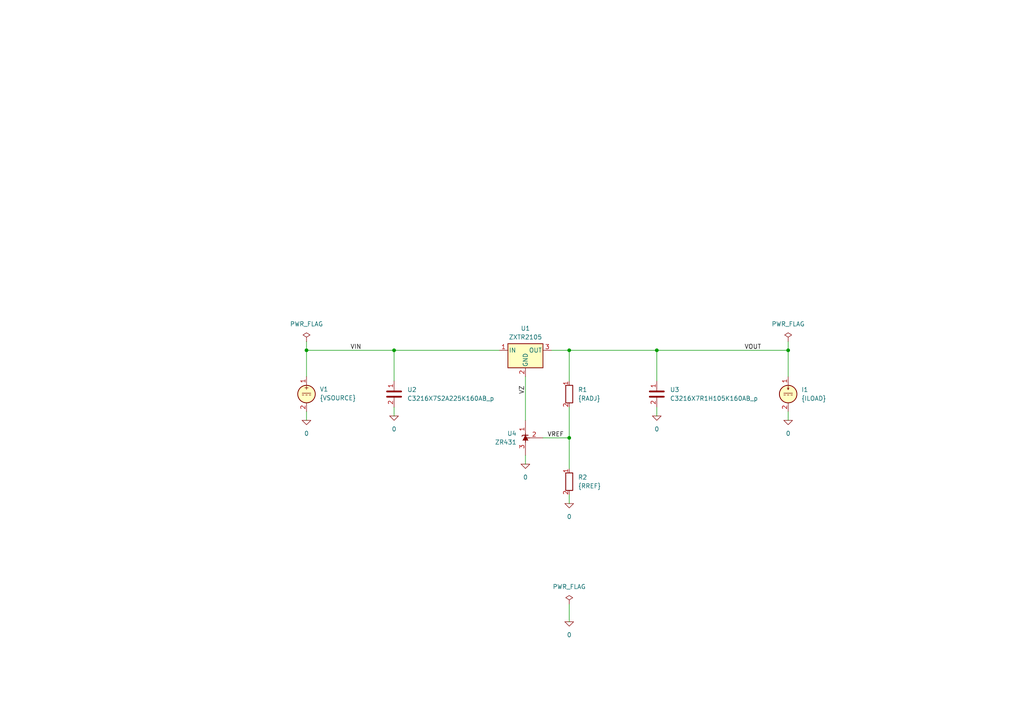
<source format=kicad_sch>
(kicad_sch
	(version 20231120)
	(generator "eeschema")
	(generator_version "8.0")
	(uuid "dedad0fc-f001-41f9-bf89-c6dcf0d9db33")
	(paper "A4")
	(title_block
		(title "Output Control of a Three-Terminal Fixed Regulator")
		(date "2024-04-18")
		(rev "1")
		(company "astroelectronic@")
		(comment 1 "-")
		(comment 2 "-")
		(comment 3 "-")
		(comment 4 "AE01005205")
	)
	(lib_symbols
		(symbol "ZXTR2105F:0"
			(power)
			(pin_numbers hide)
			(pin_names
				(offset 0) hide)
			(exclude_from_sim no)
			(in_bom yes)
			(on_board yes)
			(property "Reference" "#GND"
				(at 0 -5.08 0)
				(effects
					(font
						(size 1.27 1.27)
					)
					(hide yes)
				)
			)
			(property "Value" "0"
				(at 0 -2.54 0)
				(effects
					(font
						(size 1.27 1.27)
					)
				)
			)
			(property "Footprint" ""
				(at 0 0 0)
				(effects
					(font
						(size 1.27 1.27)
					)
					(hide yes)
				)
			)
			(property "Datasheet" "https://ngspice.sourceforge.io/docs/ngspice-html-manual/manual.xhtml#subsec_Circuit_elements__device"
				(at 0 -10.16 0)
				(effects
					(font
						(size 1.27 1.27)
					)
					(hide yes)
				)
			)
			(property "Description" "0V reference potential for simulation"
				(at 0 -7.62 0)
				(effects
					(font
						(size 1.27 1.27)
					)
					(hide yes)
				)
			)
			(property "ki_keywords" "simulation"
				(at 0 0 0)
				(effects
					(font
						(size 1.27 1.27)
					)
					(hide yes)
				)
			)
			(symbol "0_0_1"
				(polyline
					(pts
						(xy -1.27 0) (xy 0 -1.27) (xy 1.27 0) (xy -1.27 0)
					)
					(stroke
						(width 0)
						(type default)
					)
					(fill
						(type none)
					)
				)
			)
			(symbol "0_1_1"
				(pin power_in line
					(at 0 0 0)
					(length 0)
					(name "~"
						(effects
							(font
								(size 1.016 1.016)
							)
						)
					)
					(number "1"
						(effects
							(font
								(size 1.016 1.016)
							)
						)
					)
				)
			)
		)
		(symbol "ZXTR2105F:C"
			(pin_names
				(offset 0.254) hide)
			(exclude_from_sim no)
			(in_bom yes)
			(on_board yes)
			(property "Reference" "C"
				(at 0.635 2.54 0)
				(effects
					(font
						(size 1.27 1.27)
					)
					(justify left)
				)
			)
			(property "Value" "C"
				(at 0.635 -2.54 0)
				(effects
					(font
						(size 1.27 1.27)
					)
					(justify left)
				)
			)
			(property "Footprint" ""
				(at 0.9652 -3.81 0)
				(effects
					(font
						(size 1.27 1.27)
					)
					(hide yes)
				)
			)
			(property "Datasheet" "~"
				(at 0 0 0)
				(effects
					(font
						(size 1.27 1.27)
					)
					(hide yes)
				)
			)
			(property "Description" "Unpolarized capacitor"
				(at 0 0 0)
				(effects
					(font
						(size 1.27 1.27)
					)
					(hide yes)
				)
			)
			(property "ki_keywords" "cap capacitor"
				(at 0 0 0)
				(effects
					(font
						(size 1.27 1.27)
					)
					(hide yes)
				)
			)
			(property "ki_fp_filters" "C_*"
				(at 0 0 0)
				(effects
					(font
						(size 1.27 1.27)
					)
					(hide yes)
				)
			)
			(symbol "C_0_1"
				(polyline
					(pts
						(xy -2.032 -0.762) (xy 2.032 -0.762)
					)
					(stroke
						(width 0.508)
						(type default)
					)
					(fill
						(type none)
					)
				)
				(polyline
					(pts
						(xy -2.032 0.762) (xy 2.032 0.762)
					)
					(stroke
						(width 0.508)
						(type default)
					)
					(fill
						(type none)
					)
				)
			)
			(symbol "C_1_1"
				(pin passive line
					(at 0 3.81 270)
					(length 2.794)
					(name "~"
						(effects
							(font
								(size 1.27 1.27)
							)
						)
					)
					(number "1"
						(effects
							(font
								(size 1.27 1.27)
							)
						)
					)
				)
				(pin passive line
					(at 0 -3.81 90)
					(length 2.794)
					(name "~"
						(effects
							(font
								(size 1.27 1.27)
							)
						)
					)
					(number "2"
						(effects
							(font
								(size 1.27 1.27)
							)
						)
					)
				)
			)
		)
		(symbol "ZXTR2105F:IDC"
			(pin_names
				(offset 0.0254) hide)
			(exclude_from_sim no)
			(in_bom yes)
			(on_board yes)
			(property "Reference" "I"
				(at 2.54 2.54 0)
				(effects
					(font
						(size 1.27 1.27)
					)
					(justify left)
				)
			)
			(property "Value" "1"
				(at 2.54 0 0)
				(effects
					(font
						(size 1.27 1.27)
					)
					(justify left)
				)
			)
			(property "Footprint" ""
				(at 0 0 0)
				(effects
					(font
						(size 1.27 1.27)
					)
					(hide yes)
				)
			)
			(property "Datasheet" "https://ngspice.sourceforge.io/docs/ngspice-html-manual/manual.xhtml#sec_Independent_Sources_for"
				(at 0 0 0)
				(effects
					(font
						(size 1.27 1.27)
					)
					(hide yes)
				)
			)
			(property "Description" "Current source, DC"
				(at 0 0 0)
				(effects
					(font
						(size 1.27 1.27)
					)
					(hide yes)
				)
			)
			(property "Sim.Pins" "1=+ 2=-"
				(at 0 0 0)
				(effects
					(font
						(size 1.27 1.27)
					)
					(hide yes)
				)
			)
			(property "Sim.Type" "DC"
				(at 0 0 0)
				(effects
					(font
						(size 1.27 1.27)
					)
					(hide yes)
				)
			)
			(property "Sim.Device" "I"
				(at 0 0 0)
				(effects
					(font
						(size 1.27 1.27)
					)
					(hide yes)
				)
			)
			(property "ki_keywords" "simulation"
				(at 0 0 0)
				(effects
					(font
						(size 1.27 1.27)
					)
					(hide yes)
				)
			)
			(symbol "IDC_0_0"
				(polyline
					(pts
						(xy -1.27 0.254) (xy 1.27 0.254)
					)
					(stroke
						(width 0)
						(type default)
					)
					(fill
						(type none)
					)
				)
				(polyline
					(pts
						(xy -0.762 -0.254) (xy -1.27 -0.254)
					)
					(stroke
						(width 0)
						(type default)
					)
					(fill
						(type none)
					)
				)
				(polyline
					(pts
						(xy 0.254 -0.254) (xy -0.254 -0.254)
					)
					(stroke
						(width 0)
						(type default)
					)
					(fill
						(type none)
					)
				)
				(polyline
					(pts
						(xy 1.27 -0.254) (xy 0.762 -0.254)
					)
					(stroke
						(width 0)
						(type default)
					)
					(fill
						(type none)
					)
				)
			)
			(symbol "IDC_0_1"
				(polyline
					(pts
						(xy 0 1.27) (xy 0 2.286)
					)
					(stroke
						(width 0)
						(type default)
					)
					(fill
						(type none)
					)
				)
				(polyline
					(pts
						(xy -0.254 1.778) (xy 0 1.27) (xy 0.254 1.778)
					)
					(stroke
						(width 0)
						(type default)
					)
					(fill
						(type none)
					)
				)
				(circle
					(center 0 0)
					(radius 2.54)
					(stroke
						(width 0.254)
						(type default)
					)
					(fill
						(type background)
					)
				)
			)
			(symbol "IDC_1_1"
				(pin passive line
					(at 0 5.08 270)
					(length 2.54)
					(name "~"
						(effects
							(font
								(size 1.27 1.27)
							)
						)
					)
					(number "1"
						(effects
							(font
								(size 1.27 1.27)
							)
						)
					)
				)
				(pin passive line
					(at 0 -5.08 90)
					(length 2.54)
					(name "~"
						(effects
							(font
								(size 1.27 1.27)
							)
						)
					)
					(number "2"
						(effects
							(font
								(size 1.27 1.27)
							)
						)
					)
				)
			)
		)
		(symbol "ZXTR2105F:PWR_FLAG"
			(power)
			(pin_numbers hide)
			(pin_names
				(offset 0) hide)
			(exclude_from_sim no)
			(in_bom yes)
			(on_board yes)
			(property "Reference" "#FLG"
				(at 0 1.905 0)
				(effects
					(font
						(size 1.27 1.27)
					)
					(hide yes)
				)
			)
			(property "Value" "PWR_FLAG"
				(at 0 3.81 0)
				(effects
					(font
						(size 1.27 1.27)
					)
				)
			)
			(property "Footprint" ""
				(at 0 0 0)
				(effects
					(font
						(size 1.27 1.27)
					)
					(hide yes)
				)
			)
			(property "Datasheet" "~"
				(at 0 0 0)
				(effects
					(font
						(size 1.27 1.27)
					)
					(hide yes)
				)
			)
			(property "Description" "Special symbol for telling ERC where power comes from"
				(at 0 0 0)
				(effects
					(font
						(size 1.27 1.27)
					)
					(hide yes)
				)
			)
			(property "ki_keywords" "flag power"
				(at 0 0 0)
				(effects
					(font
						(size 1.27 1.27)
					)
					(hide yes)
				)
			)
			(symbol "PWR_FLAG_0_0"
				(pin power_out line
					(at 0 0 90)
					(length 0)
					(name "~"
						(effects
							(font
								(size 1.27 1.27)
							)
						)
					)
					(number "1"
						(effects
							(font
								(size 1.27 1.27)
							)
						)
					)
				)
			)
			(symbol "PWR_FLAG_0_1"
				(polyline
					(pts
						(xy 0 0) (xy 0 1.27) (xy -1.016 1.905) (xy 0 2.54) (xy 1.016 1.905) (xy 0 1.27)
					)
					(stroke
						(width 0)
						(type default)
					)
					(fill
						(type none)
					)
				)
			)
		)
		(symbol "ZXTR2105F:R"
			(pin_names
				(offset 0) hide)
			(exclude_from_sim no)
			(in_bom yes)
			(on_board yes)
			(property "Reference" "R"
				(at 2.032 0 90)
				(effects
					(font
						(size 1.27 1.27)
					)
				)
			)
			(property "Value" "R"
				(at 0 0 90)
				(effects
					(font
						(size 1.27 1.27)
					)
				)
			)
			(property "Footprint" ""
				(at -1.778 0 90)
				(effects
					(font
						(size 1.27 1.27)
					)
					(hide yes)
				)
			)
			(property "Datasheet" "~"
				(at 0 0 0)
				(effects
					(font
						(size 1.27 1.27)
					)
					(hide yes)
				)
			)
			(property "Description" "Resistor"
				(at 0 0 0)
				(effects
					(font
						(size 1.27 1.27)
					)
					(hide yes)
				)
			)
			(property "ki_keywords" "R res resistor"
				(at 0 0 0)
				(effects
					(font
						(size 1.27 1.27)
					)
					(hide yes)
				)
			)
			(property "ki_fp_filters" "R_*"
				(at 0 0 0)
				(effects
					(font
						(size 1.27 1.27)
					)
					(hide yes)
				)
			)
			(symbol "R_0_1"
				(rectangle
					(start -1.016 -2.54)
					(end 1.016 2.54)
					(stroke
						(width 0.254)
						(type default)
					)
					(fill
						(type none)
					)
				)
			)
			(symbol "R_1_1"
				(pin passive line
					(at 0 3.81 270)
					(length 1.27)
					(name "~"
						(effects
							(font
								(size 1.27 1.27)
							)
						)
					)
					(number "1"
						(effects
							(font
								(size 1.27 1.27)
							)
						)
					)
				)
				(pin passive line
					(at 0 -3.81 90)
					(length 1.27)
					(name "~"
						(effects
							(font
								(size 1.27 1.27)
							)
						)
					)
					(number "2"
						(effects
							(font
								(size 1.27 1.27)
							)
						)
					)
				)
			)
		)
		(symbol "ZXTR2105F:VDC"
			(pin_names
				(offset 0.0254) hide)
			(exclude_from_sim no)
			(in_bom yes)
			(on_board yes)
			(property "Reference" "V"
				(at 2.54 2.54 0)
				(effects
					(font
						(size 1.27 1.27)
					)
					(justify left)
				)
			)
			(property "Value" "1"
				(at 2.54 0 0)
				(effects
					(font
						(size 1.27 1.27)
					)
					(justify left)
				)
			)
			(property "Footprint" ""
				(at 0 0 0)
				(effects
					(font
						(size 1.27 1.27)
					)
					(hide yes)
				)
			)
			(property "Datasheet" "https://ngspice.sourceforge.io/docs/ngspice-html-manual/manual.xhtml#sec_Independent_Sources_for"
				(at 0 0 0)
				(effects
					(font
						(size 1.27 1.27)
					)
					(hide yes)
				)
			)
			(property "Description" "Voltage source, DC"
				(at 0 0 0)
				(effects
					(font
						(size 1.27 1.27)
					)
					(hide yes)
				)
			)
			(property "Sim.Pins" "1=+ 2=-"
				(at 0 0 0)
				(effects
					(font
						(size 1.27 1.27)
					)
					(hide yes)
				)
			)
			(property "Sim.Type" "DC"
				(at 0 0 0)
				(effects
					(font
						(size 1.27 1.27)
					)
					(hide yes)
				)
			)
			(property "Sim.Device" "V"
				(at 0 0 0)
				(effects
					(font
						(size 1.27 1.27)
					)
					(justify left)
					(hide yes)
				)
			)
			(property "ki_keywords" "simulation"
				(at 0 0 0)
				(effects
					(font
						(size 1.27 1.27)
					)
					(hide yes)
				)
			)
			(symbol "VDC_0_0"
				(polyline
					(pts
						(xy -1.27 0.254) (xy 1.27 0.254)
					)
					(stroke
						(width 0)
						(type default)
					)
					(fill
						(type none)
					)
				)
				(polyline
					(pts
						(xy -0.762 -0.254) (xy -1.27 -0.254)
					)
					(stroke
						(width 0)
						(type default)
					)
					(fill
						(type none)
					)
				)
				(polyline
					(pts
						(xy 0.254 -0.254) (xy -0.254 -0.254)
					)
					(stroke
						(width 0)
						(type default)
					)
					(fill
						(type none)
					)
				)
				(polyline
					(pts
						(xy 1.27 -0.254) (xy 0.762 -0.254)
					)
					(stroke
						(width 0)
						(type default)
					)
					(fill
						(type none)
					)
				)
				(text "+"
					(at 0 1.905 0)
					(effects
						(font
							(size 1.27 1.27)
						)
					)
				)
			)
			(symbol "VDC_0_1"
				(circle
					(center 0 0)
					(radius 2.54)
					(stroke
						(width 0.254)
						(type default)
					)
					(fill
						(type background)
					)
				)
			)
			(symbol "VDC_1_1"
				(pin passive line
					(at 0 5.08 270)
					(length 2.54)
					(name "~"
						(effects
							(font
								(size 1.27 1.27)
							)
						)
					)
					(number "1"
						(effects
							(font
								(size 1.27 1.27)
							)
						)
					)
				)
				(pin passive line
					(at 0 -5.08 90)
					(length 2.54)
					(name "~"
						(effects
							(font
								(size 1.27 1.27)
							)
						)
					)
					(number "2"
						(effects
							(font
								(size 1.27 1.27)
							)
						)
					)
				)
			)
		)
		(symbol "ZXTR2105F:ZR431"
			(pin_names hide)
			(exclude_from_sim no)
			(in_bom yes)
			(on_board yes)
			(property "Reference" "U"
				(at 0 -2.54 0)
				(effects
					(font
						(size 1.27 1.27)
					)
				)
			)
			(property "Value" "ZR431"
				(at 0 -4.445 0)
				(effects
					(font
						(size 1.27 1.27)
					)
				)
			)
			(property "Footprint" ""
				(at 0 -6.35 0)
				(effects
					(font
						(size 1.27 1.27)
						(italic yes)
					)
					(hide yes)
				)
			)
			(property "Datasheet" "https://www.diodes.com/assets/Datasheets/ZR431.pdf"
				(at 0 -6.35 0)
				(effects
					(font
						(size 1.27 1.27)
						(italic yes)
					)
					(hide yes)
				)
			)
			(property "Description" "Shunt Regulator, SOT-23, SOT-223"
				(at 0 0 0)
				(effects
					(font
						(size 1.27 1.27)
					)
					(hide yes)
				)
			)
			(property "ki_keywords" "diode device shunt regulator. Simulation."
				(at 0 0 0)
				(effects
					(font
						(size 1.27 1.27)
					)
					(hide yes)
				)
			)
			(property "ki_fp_filters" "SOIC?8*3.9x4.9mm*P1.27mm*"
				(at 0 0 0)
				(effects
					(font
						(size 1.27 1.27)
					)
					(hide yes)
				)
			)
			(symbol "ZR431_0_1"
				(polyline
					(pts
						(xy -1.27 0) (xy 0 0) (xy 1.27 0)
					)
					(stroke
						(width 0)
						(type default)
					)
					(fill
						(type none)
					)
				)
				(polyline
					(pts
						(xy -0.762 0.762) (xy 0.762 0) (xy -0.762 -0.762)
					)
					(stroke
						(width 0)
						(type default)
					)
					(fill
						(type outline)
					)
				)
				(polyline
					(pts
						(xy 0.508 -1.016) (xy 0.762 -0.762) (xy 0.762 0.762) (xy 0.762 0.762)
					)
					(stroke
						(width 0.254)
						(type default)
					)
					(fill
						(type none)
					)
				)
			)
			(symbol "ZR431_1_1"
				(polyline
					(pts
						(xy 0 1.27) (xy 0 0)
					)
					(stroke
						(width 0)
						(type default)
					)
					(fill
						(type none)
					)
				)
				(pin passive line
					(at 5.08 0 180)
					(length 5.08)
					(name "K"
						(effects
							(font
								(size 1.27 1.27)
							)
						)
					)
					(number "1"
						(effects
							(font
								(size 1.27 1.27)
							)
						)
					)
				)
				(pin passive line
					(at 0 5.08 270)
					(length 5.08)
					(name "REF"
						(effects
							(font
								(size 1.27 1.27)
							)
						)
					)
					(number "2"
						(effects
							(font
								(size 1.27 1.27)
							)
						)
					)
				)
				(pin passive line
					(at -5.08 0 0)
					(length 5.08)
					(name "A"
						(effects
							(font
								(size 1.27 1.27)
							)
						)
					)
					(number "3"
						(effects
							(font
								(size 1.27 1.27)
							)
						)
					)
				)
			)
		)
		(symbol "ZXTR2105F:ZXTR2105F"
			(pin_names
				(offset 0.254)
			)
			(exclude_from_sim no)
			(in_bom yes)
			(on_board yes)
			(property "Reference" "U"
				(at -3.81 3.175 0)
				(effects
					(font
						(size 1.27 1.27)
					)
				)
			)
			(property "Value" "ZXTR2105F"
				(at 0 3.175 0)
				(effects
					(font
						(size 1.27 1.27)
					)
					(justify left)
				)
			)
			(property "Footprint" "Package_TO_SOT_SMD:SOT-23-3"
				(at 0 5.715 0)
				(effects
					(font
						(size 1.27 1.27)
						(italic yes)
					)
					(hide yes)
				)
			)
			(property "Datasheet" "https://www.diodes.com/part/view/ZXTR2105F"
				(at 0 -1.27 0)
				(effects
					(font
						(size 1.27 1.27)
					)
					(hide yes)
				)
			)
			(property "Description" "60V INPUT, 5V 15mA REGULATOR TRANSISTOR "
				(at 0 0 0)
				(effects
					(font
						(size 1.27 1.27)
					)
					(hide yes)
				)
			)
			(property "ki_keywords" "60V INPUT, 5V 15mA REGULATOR TRANSISTOR, simmodel"
				(at 0 0 0)
				(effects
					(font
						(size 1.27 1.27)
					)
					(hide yes)
				)
			)
			(property "ki_fp_filters" "TO?252*"
				(at 0 0 0)
				(effects
					(font
						(size 1.27 1.27)
					)
					(hide yes)
				)
			)
			(symbol "ZXTR2105F_0_1"
				(rectangle
					(start -5.08 1.905)
					(end 5.08 -5.08)
					(stroke
						(width 0.254)
						(type default)
					)
					(fill
						(type background)
					)
				)
			)
			(symbol "ZXTR2105F_1_1"
				(pin passive line
					(at -7.62 0 0)
					(length 2.54)
					(name "IN"
						(effects
							(font
								(size 1.27 1.27)
							)
						)
					)
					(number "1"
						(effects
							(font
								(size 1.27 1.27)
							)
						)
					)
				)
				(pin passive line
					(at 0 -7.62 90)
					(length 2.54)
					(name "GND"
						(effects
							(font
								(size 1.27 1.27)
							)
						)
					)
					(number "2"
						(effects
							(font
								(size 1.27 1.27)
							)
						)
					)
				)
				(pin passive line
					(at 7.62 0 180)
					(length 2.54)
					(name "OUT"
						(effects
							(font
								(size 1.27 1.27)
							)
						)
					)
					(number "3"
						(effects
							(font
								(size 1.27 1.27)
							)
						)
					)
				)
			)
		)
	)
	(junction
		(at 165.1 101.6)
		(diameter 0)
		(color 0 0 0 0)
		(uuid "0fea197d-4809-41ef-823f-fb7d8497413b")
	)
	(junction
		(at 114.3 101.6)
		(diameter 0)
		(color 0 0 0 0)
		(uuid "7384908f-6986-4738-b09c-d592643b4a56")
	)
	(junction
		(at 88.9 101.6)
		(diameter 0)
		(color 0 0 0 0)
		(uuid "89314447-6b94-453a-b444-7b027e2d6279")
	)
	(junction
		(at 165.1 127)
		(diameter 0)
		(color 0 0 0 0)
		(uuid "e7ce7bb5-bae6-40d1-8cf3-19c12b3dd16a")
	)
	(junction
		(at 190.5 101.6)
		(diameter 0)
		(color 0 0 0 0)
		(uuid "f2ba4a53-001d-4b52-ab34-1fd62e7cfce6")
	)
	(junction
		(at 228.6 101.6)
		(diameter 0)
		(color 0 0 0 0)
		(uuid "f956f16c-96f5-4729-9ad2-8c04dfaca064")
	)
	(wire
		(pts
			(xy 152.4 132.08) (xy 152.4 134.62)
		)
		(stroke
			(width 0)
			(type default)
		)
		(uuid "0b6f8a1f-c8a7-4141-8ddd-e04eadca3f5c")
	)
	(wire
		(pts
			(xy 190.5 101.6) (xy 228.6 101.6)
		)
		(stroke
			(width 0)
			(type default)
		)
		(uuid "1028de14-d0d5-49c1-9351-2b905921865c")
	)
	(wire
		(pts
			(xy 165.1 143.51) (xy 165.1 146.05)
		)
		(stroke
			(width 0)
			(type default)
		)
		(uuid "111c9840-2d7b-45f4-82be-daaf0ef23d1c")
	)
	(wire
		(pts
			(xy 88.9 109.22) (xy 88.9 101.6)
		)
		(stroke
			(width 0)
			(type default)
		)
		(uuid "134a3971-eb87-4612-9008-afa829dcfdda")
	)
	(wire
		(pts
			(xy 114.3 101.6) (xy 144.78 101.6)
		)
		(stroke
			(width 0)
			(type default)
		)
		(uuid "18f54032-65d4-4a88-bccc-36f4250e4933")
	)
	(wire
		(pts
			(xy 190.5 118.11) (xy 190.5 120.65)
		)
		(stroke
			(width 0)
			(type default)
		)
		(uuid "2a34e85c-3bb8-415e-8a79-104f2f49ec09")
	)
	(wire
		(pts
			(xy 190.5 101.6) (xy 190.5 110.49)
		)
		(stroke
			(width 0)
			(type default)
		)
		(uuid "31a1febd-7cf7-4914-b47b-67851d31e7e9")
	)
	(wire
		(pts
			(xy 165.1 101.6) (xy 190.5 101.6)
		)
		(stroke
			(width 0)
			(type default)
		)
		(uuid "3326c2d9-7fcb-48d4-b092-5e7356d22ff3")
	)
	(wire
		(pts
			(xy 88.9 99.06) (xy 88.9 101.6)
		)
		(stroke
			(width 0)
			(type default)
		)
		(uuid "4d32a75f-30b3-4eb7-ab9c-7526a014e0b9")
	)
	(wire
		(pts
			(xy 165.1 175.26) (xy 165.1 180.34)
		)
		(stroke
			(width 0)
			(type default)
		)
		(uuid "4f4b74a4-cea3-4d39-9fe4-4ba93de2f921")
	)
	(wire
		(pts
			(xy 228.6 99.06) (xy 228.6 101.6)
		)
		(stroke
			(width 0)
			(type default)
		)
		(uuid "50c31f87-b658-4019-b852-4192016c21dc")
	)
	(wire
		(pts
			(xy 165.1 127) (xy 157.48 127)
		)
		(stroke
			(width 0)
			(type default)
		)
		(uuid "588304b8-b187-47b7-9d4d-38b9d27dcc7d")
	)
	(wire
		(pts
			(xy 228.6 119.38) (xy 228.6 121.92)
		)
		(stroke
			(width 0)
			(type default)
		)
		(uuid "669233e1-1b6a-410e-94d5-e3bf28875575")
	)
	(wire
		(pts
			(xy 165.1 118.11) (xy 165.1 127)
		)
		(stroke
			(width 0)
			(type default)
		)
		(uuid "73d26b22-9c44-4a6b-b1cb-5fac2b7df44a")
	)
	(wire
		(pts
			(xy 165.1 135.89) (xy 165.1 127)
		)
		(stroke
			(width 0)
			(type default)
		)
		(uuid "8ca8f0c0-3e79-4dc2-b54a-bda556370ce1")
	)
	(wire
		(pts
			(xy 88.9 101.6) (xy 114.3 101.6)
		)
		(stroke
			(width 0)
			(type default)
		)
		(uuid "998dac89-04ae-4969-be78-9c27dae4c1d7")
	)
	(wire
		(pts
			(xy 228.6 109.22) (xy 228.6 101.6)
		)
		(stroke
			(width 0)
			(type default)
		)
		(uuid "9b57346e-d94e-40f9-9326-4db7c86e813a")
	)
	(wire
		(pts
			(xy 114.3 118.11) (xy 114.3 120.65)
		)
		(stroke
			(width 0)
			(type default)
		)
		(uuid "a300a524-b9a5-4c66-b7c8-528fd1328810")
	)
	(wire
		(pts
			(xy 160.02 101.6) (xy 165.1 101.6)
		)
		(stroke
			(width 0)
			(type default)
		)
		(uuid "b80fa2c6-90b8-4a16-9150-70f19b393f2f")
	)
	(wire
		(pts
			(xy 152.4 109.22) (xy 152.4 121.92)
		)
		(stroke
			(width 0)
			(type default)
		)
		(uuid "c7b7d6e4-e9c8-4174-8c57-1622126d5658")
	)
	(wire
		(pts
			(xy 88.9 119.38) (xy 88.9 121.92)
		)
		(stroke
			(width 0)
			(type default)
		)
		(uuid "e4be32f2-c195-4517-921b-f4265d6bbf30")
	)
	(wire
		(pts
			(xy 165.1 101.6) (xy 165.1 110.49)
		)
		(stroke
			(width 0)
			(type default)
		)
		(uuid "e77982c1-fad4-4d69-b46e-7828f6ad62f2")
	)
	(wire
		(pts
			(xy 114.3 110.49) (xy 114.3 101.6)
		)
		(stroke
			(width 0)
			(type default)
		)
		(uuid "f0549aa8-6a9c-4178-8e6b-0e02f9bd3545")
	)
	(label "VREF"
		(at 158.75 127 0)
		(fields_autoplaced yes)
		(effects
			(font
				(size 1.27 1.27)
			)
			(justify left bottom)
		)
		(uuid "007081e4-6b76-405e-8ee1-25c1126b31a2")
	)
	(label "VOUT"
		(at 215.9 101.6 0)
		(fields_autoplaced yes)
		(effects
			(font
				(size 1.27 1.27)
			)
			(justify left bottom)
		)
		(uuid "59cfd46e-04c2-4da4-b68e-64ff00ac9156")
	)
	(label "VZ"
		(at 152.4 114.3 90)
		(fields_autoplaced yes)
		(effects
			(font
				(size 1.27 1.27)
			)
			(justify left bottom)
		)
		(uuid "66728ed6-540f-4b78-92b2-c4a4a6e70f57")
	)
	(label "VIN"
		(at 101.6 101.6 0)
		(fields_autoplaced yes)
		(effects
			(font
				(size 1.27 1.27)
			)
			(justify left bottom)
		)
		(uuid "f44f34ff-2bad-48c9-9ece-35187bf0a875")
	)
	(symbol
		(lib_id "ZXTR2105F:C")
		(at 114.3 114.3 0)
		(unit 1)
		(exclude_from_sim no)
		(in_bom yes)
		(on_board yes)
		(dnp no)
		(fields_autoplaced yes)
		(uuid "0943cd3a-375f-4c11-911a-bdb76ed6bda4")
		(property "Reference" "U2"
			(at 118.11 113.0299 0)
			(effects
				(font
					(size 1.27 1.27)
				)
				(justify left)
			)
		)
		(property "Value" "C3216X7S2A225K160AB_p"
			(at 118.11 115.5699 0)
			(effects
				(font
					(size 1.27 1.27)
				)
				(justify left)
			)
		)
		(property "Footprint" ""
			(at 115.2652 118.11 0)
			(effects
				(font
					(size 1.27 1.27)
				)
				(hide yes)
			)
		)
		(property "Datasheet" "~"
			(at 114.3 114.3 0)
			(effects
				(font
					(size 1.27 1.27)
				)
				(hide yes)
			)
		)
		(property "Description" "Unpolarized capacitor"
			(at 114.3 114.3 0)
			(effects
				(font
					(size 1.27 1.27)
				)
				(hide yes)
			)
		)
		(property "Sim.Library" "c3216x7s2a225k160ab_p.mod"
			(at 114.3 114.3 0)
			(effects
				(font
					(size 1.27 1.27)
				)
				(hide yes)
			)
		)
		(property "Sim.Name" "C3216X7S2A225K160AB_p"
			(at 114.3 114.3 0)
			(effects
				(font
					(size 1.27 1.27)
				)
				(hide yes)
			)
		)
		(property "Sim.Device" "SUBCKT"
			(at 114.3 114.3 0)
			(effects
				(font
					(size 1.27 1.27)
				)
				(hide yes)
			)
		)
		(property "Sim.Pins" "1=n1 2=n2"
			(at 114.3 114.3 0)
			(effects
				(font
					(size 1.27 1.27)
				)
				(hide yes)
			)
		)
		(pin "1"
			(uuid "b3c6a946-e7fb-455f-be76-d65afbd20b4e")
		)
		(pin "2"
			(uuid "493f679f-00f2-44c3-9899-c4b466301e1b")
		)
		(instances
			(project "ZXTR2105F"
				(path "/c1105b1d-1289-4956-8f37-916fc4314db4"
					(reference "U2")
					(unit 1)
				)
			)
			(project "ZXTR2105F_vref"
				(path "/dedad0fc-f001-41f9-bf89-c6dcf0d9db33"
					(reference "U2")
					(unit 1)
				)
			)
		)
	)
	(symbol
		(lib_id "ZXTR2105F:0")
		(at 165.1 146.05 0)
		(unit 1)
		(exclude_from_sim no)
		(in_bom yes)
		(on_board yes)
		(dnp no)
		(fields_autoplaced yes)
		(uuid "0bde89d6-1fa3-406e-a1bb-31a66a7682ad")
		(property "Reference" "#GND07"
			(at 165.1 151.13 0)
			(effects
				(font
					(size 1.27 1.27)
				)
				(hide yes)
			)
		)
		(property "Value" "0"
			(at 165.1 149.86 0)
			(effects
				(font
					(size 1.27 1.27)
				)
			)
		)
		(property "Footprint" ""
			(at 165.1 146.05 0)
			(effects
				(font
					(size 1.27 1.27)
				)
				(hide yes)
			)
		)
		(property "Datasheet" "https://ngspice.sourceforge.io/docs/ngspice-html-manual/manual.xhtml#subsec_Circuit_elements__device"
			(at 165.1 156.21 0)
			(effects
				(font
					(size 1.27 1.27)
				)
				(hide yes)
			)
		)
		(property "Description" "0V reference potential for simulation"
			(at 165.1 153.67 0)
			(effects
				(font
					(size 1.27 1.27)
				)
				(hide yes)
			)
		)
		(pin "1"
			(uuid "4ab0b9cc-cbbe-43b0-9c1f-144f58af5823")
		)
		(instances
			(project "ZXTR2105F_vref"
				(path "/dedad0fc-f001-41f9-bf89-c6dcf0d9db33"
					(reference "#GND07")
					(unit 1)
				)
			)
		)
	)
	(symbol
		(lib_id "ZXTR2105F:PWR_FLAG")
		(at 165.1 175.26 0)
		(unit 1)
		(exclude_from_sim no)
		(in_bom yes)
		(on_board yes)
		(dnp no)
		(fields_autoplaced yes)
		(uuid "1f284da7-997d-4f43-9ba2-40376013a4e5")
		(property "Reference" "#FLG03"
			(at 165.1 173.355 0)
			(effects
				(font
					(size 1.27 1.27)
				)
				(hide yes)
			)
		)
		(property "Value" "PWR_FLAG"
			(at 165.1 170.18 0)
			(effects
				(font
					(size 1.27 1.27)
				)
			)
		)
		(property "Footprint" ""
			(at 165.1 175.26 0)
			(effects
				(font
					(size 1.27 1.27)
				)
				(hide yes)
			)
		)
		(property "Datasheet" "~"
			(at 165.1 175.26 0)
			(effects
				(font
					(size 1.27 1.27)
				)
				(hide yes)
			)
		)
		(property "Description" "Special symbol for telling ERC where power comes from"
			(at 165.1 175.26 0)
			(effects
				(font
					(size 1.27 1.27)
				)
				(hide yes)
			)
		)
		(pin "1"
			(uuid "91e975fb-eb9b-4a70-94b8-b119c81e46d7")
		)
		(instances
			(project "ZXTR2105F"
				(path "/c1105b1d-1289-4956-8f37-916fc4314db4"
					(reference "#FLG03")
					(unit 1)
				)
			)
			(project "ZXTR2105F_vref"
				(path "/dedad0fc-f001-41f9-bf89-c6dcf0d9db33"
					(reference "#FLG03")
					(unit 1)
				)
			)
		)
	)
	(symbol
		(lib_id "ZXTR2105F:0")
		(at 228.6 121.92 0)
		(unit 1)
		(exclude_from_sim no)
		(in_bom yes)
		(on_board yes)
		(dnp no)
		(fields_autoplaced yes)
		(uuid "3d63d9a4-3b55-4722-9519-dd861b80c4a9")
		(property "Reference" "#GND04"
			(at 228.6 127 0)
			(effects
				(font
					(size 1.27 1.27)
				)
				(hide yes)
			)
		)
		(property "Value" "0"
			(at 228.6 125.73 0)
			(effects
				(font
					(size 1.27 1.27)
				)
			)
		)
		(property "Footprint" ""
			(at 228.6 121.92 0)
			(effects
				(font
					(size 1.27 1.27)
				)
				(hide yes)
			)
		)
		(property "Datasheet" "https://ngspice.sourceforge.io/docs/ngspice-html-manual/manual.xhtml#subsec_Circuit_elements__device"
			(at 228.6 132.08 0)
			(effects
				(font
					(size 1.27 1.27)
				)
				(hide yes)
			)
		)
		(property "Description" "0V reference potential for simulation"
			(at 228.6 129.54 0)
			(effects
				(font
					(size 1.27 1.27)
				)
				(hide yes)
			)
		)
		(pin "1"
			(uuid "0d472a09-e15f-4e7b-814c-94ca105f770d")
		)
		(instances
			(project "ZXTR2105F"
				(path "/c1105b1d-1289-4956-8f37-916fc4314db4"
					(reference "#GND04")
					(unit 1)
				)
			)
			(project "ZXTR2105F_vref"
				(path "/dedad0fc-f001-41f9-bf89-c6dcf0d9db33"
					(reference "#GND04")
					(unit 1)
				)
			)
		)
	)
	(symbol
		(lib_id "ZXTR2105F:IDC")
		(at 228.6 114.3 0)
		(unit 1)
		(exclude_from_sim no)
		(in_bom yes)
		(on_board yes)
		(dnp no)
		(fields_autoplaced yes)
		(uuid "44975094-37e6-48ea-a662-f3f14b6beaaa")
		(property "Reference" "I1"
			(at 232.41 113.0299 0)
			(effects
				(font
					(size 1.27 1.27)
				)
				(justify left)
			)
		)
		(property "Value" "{ILOAD}"
			(at 232.41 115.5699 0)
			(effects
				(font
					(size 1.27 1.27)
				)
				(justify left)
			)
		)
		(property "Footprint" ""
			(at 228.6 114.3 0)
			(effects
				(font
					(size 1.27 1.27)
				)
				(hide yes)
			)
		)
		(property "Datasheet" "https://ngspice.sourceforge.io/docs/ngspice-html-manual/manual.xhtml#sec_Independent_Sources_for"
			(at 228.6 114.3 0)
			(effects
				(font
					(size 1.27 1.27)
				)
				(hide yes)
			)
		)
		(property "Description" "Current source, DC"
			(at 228.6 114.3 0)
			(effects
				(font
					(size 1.27 1.27)
				)
				(hide yes)
			)
		)
		(property "Sim.Pins" "1=+ 2=-"
			(at 228.6 114.3 0)
			(effects
				(font
					(size 1.27 1.27)
				)
				(hide yes)
			)
		)
		(property "Sim.Type" "DC"
			(at 228.6 114.3 0)
			(effects
				(font
					(size 1.27 1.27)
				)
				(hide yes)
			)
		)
		(property "Sim.Device" "I"
			(at 228.6 114.3 0)
			(effects
				(font
					(size 1.27 1.27)
				)
				(hide yes)
			)
		)
		(pin "1"
			(uuid "3d5b9b1c-afd4-4445-8dae-7084bd6b200a")
		)
		(pin "2"
			(uuid "ab2c98e0-a269-4bf9-9b55-f90f7314c0a6")
		)
		(instances
			(project "ZXTR2105F"
				(path "/c1105b1d-1289-4956-8f37-916fc4314db4"
					(reference "I1")
					(unit 1)
				)
			)
			(project "ZXTR2105F_vref"
				(path "/dedad0fc-f001-41f9-bf89-c6dcf0d9db33"
					(reference "I1")
					(unit 1)
				)
			)
		)
	)
	(symbol
		(lib_id "ZXTR2105F:0")
		(at 190.5 120.65 0)
		(unit 1)
		(exclude_from_sim no)
		(in_bom yes)
		(on_board yes)
		(dnp no)
		(fields_autoplaced yes)
		(uuid "4f47b01c-f5a3-42ef-8305-b23dc8d4d153")
		(property "Reference" "#GND03"
			(at 190.5 125.73 0)
			(effects
				(font
					(size 1.27 1.27)
				)
				(hide yes)
			)
		)
		(property "Value" "0"
			(at 190.5 124.46 0)
			(effects
				(font
					(size 1.27 1.27)
				)
			)
		)
		(property "Footprint" ""
			(at 190.5 120.65 0)
			(effects
				(font
					(size 1.27 1.27)
				)
				(hide yes)
			)
		)
		(property "Datasheet" "https://ngspice.sourceforge.io/docs/ngspice-html-manual/manual.xhtml#subsec_Circuit_elements__device"
			(at 190.5 130.81 0)
			(effects
				(font
					(size 1.27 1.27)
				)
				(hide yes)
			)
		)
		(property "Description" "0V reference potential for simulation"
			(at 190.5 128.27 0)
			(effects
				(font
					(size 1.27 1.27)
				)
				(hide yes)
			)
		)
		(pin "1"
			(uuid "7b8bc4e8-dd89-4c2a-8a63-34298652650b")
		)
		(instances
			(project "ZXTR2105F"
				(path "/c1105b1d-1289-4956-8f37-916fc4314db4"
					(reference "#GND03")
					(unit 1)
				)
			)
			(project "ZXTR2105F_vref"
				(path "/dedad0fc-f001-41f9-bf89-c6dcf0d9db33"
					(reference "#GND03")
					(unit 1)
				)
			)
		)
	)
	(symbol
		(lib_id "ZXTR2105F:PWR_FLAG")
		(at 88.9 99.06 0)
		(unit 1)
		(exclude_from_sim no)
		(in_bom yes)
		(on_board yes)
		(dnp no)
		(fields_autoplaced yes)
		(uuid "4f8c0243-ac78-44a4-b3e0-174d23f95f67")
		(property "Reference" "#FLG01"
			(at 88.9 97.155 0)
			(effects
				(font
					(size 1.27 1.27)
				)
				(hide yes)
			)
		)
		(property "Value" "PWR_FLAG"
			(at 88.9 93.98 0)
			(effects
				(font
					(size 1.27 1.27)
				)
			)
		)
		(property "Footprint" ""
			(at 88.9 99.06 0)
			(effects
				(font
					(size 1.27 1.27)
				)
				(hide yes)
			)
		)
		(property "Datasheet" "~"
			(at 88.9 99.06 0)
			(effects
				(font
					(size 1.27 1.27)
				)
				(hide yes)
			)
		)
		(property "Description" "Special symbol for telling ERC where power comes from"
			(at 88.9 99.06 0)
			(effects
				(font
					(size 1.27 1.27)
				)
				(hide yes)
			)
		)
		(pin "1"
			(uuid "055fb8ea-e1eb-4652-8963-19cd639d7cd0")
		)
		(instances
			(project "ZXTR2105F"
				(path "/c1105b1d-1289-4956-8f37-916fc4314db4"
					(reference "#FLG01")
					(unit 1)
				)
			)
			(project "ZXTR2105F_vref"
				(path "/dedad0fc-f001-41f9-bf89-c6dcf0d9db33"
					(reference "#FLG01")
					(unit 1)
				)
			)
		)
	)
	(symbol
		(lib_id "ZXTR2105F:ZR431")
		(at 152.4 127 270)
		(mirror x)
		(unit 1)
		(exclude_from_sim no)
		(in_bom yes)
		(on_board yes)
		(dnp no)
		(uuid "69d0b6bd-a149-4247-bfe2-62d5fc36ac87")
		(property "Reference" "U4"
			(at 149.86 125.7299 90)
			(effects
				(font
					(size 1.27 1.27)
				)
				(justify right)
			)
		)
		(property "Value" "ZR431"
			(at 149.86 128.2699 90)
			(effects
				(font
					(size 1.27 1.27)
				)
				(justify right)
			)
		)
		(property "Footprint" ""
			(at 146.05 127 0)
			(effects
				(font
					(size 1.27 1.27)
					(italic yes)
				)
				(hide yes)
			)
		)
		(property "Datasheet" "https://www.diodes.com/assets/Datasheets/ZR431.pdf"
			(at 146.05 127 0)
			(effects
				(font
					(size 1.27 1.27)
					(italic yes)
				)
				(hide yes)
			)
		)
		(property "Description" "Shunt Regulator, SOT-23, SOT-223"
			(at 152.4 127 0)
			(effects
				(font
					(size 1.27 1.27)
				)
				(hide yes)
			)
		)
		(property "Sim.Library" "ZR431.spice.txt"
			(at 152.4 127 0)
			(effects
				(font
					(size 1.27 1.27)
				)
				(hide yes)
			)
		)
		(property "Sim.Name" "ZR431"
			(at 152.4 127 0)
			(effects
				(font
					(size 1.27 1.27)
				)
				(hide yes)
			)
		)
		(property "Sim.Device" "SUBCKT"
			(at 152.4 127 0)
			(effects
				(font
					(size 1.27 1.27)
				)
				(hide yes)
			)
		)
		(property "Sim.Pins" "1=1 2=2 3=3"
			(at 152.4 127 0)
			(effects
				(font
					(size 1.27 1.27)
				)
				(hide yes)
			)
		)
		(pin "2"
			(uuid "c60b3f43-edf3-4ff3-a86e-fb30c7325c78")
		)
		(pin "3"
			(uuid "a7e2c884-cb36-4e13-b985-1367c913edfc")
		)
		(pin "1"
			(uuid "d4d0eb6d-a8e9-4322-b996-512bdd1c4e17")
		)
		(instances
			(project "ZXTR2105F_vref"
				(path "/dedad0fc-f001-41f9-bf89-c6dcf0d9db33"
					(reference "U4")
					(unit 1)
				)
			)
		)
	)
	(symbol
		(lib_id "ZXTR2105F:0")
		(at 114.3 120.65 0)
		(unit 1)
		(exclude_from_sim no)
		(in_bom yes)
		(on_board yes)
		(dnp no)
		(fields_autoplaced yes)
		(uuid "6f9728ff-54a4-41b5-9891-46f141528f81")
		(property "Reference" "#GND02"
			(at 114.3 125.73 0)
			(effects
				(font
					(size 1.27 1.27)
				)
				(hide yes)
			)
		)
		(property "Value" "0"
			(at 114.3 124.46 0)
			(effects
				(font
					(size 1.27 1.27)
				)
			)
		)
		(property "Footprint" ""
			(at 114.3 120.65 0)
			(effects
				(font
					(size 1.27 1.27)
				)
				(hide yes)
			)
		)
		(property "Datasheet" "https://ngspice.sourceforge.io/docs/ngspice-html-manual/manual.xhtml#subsec_Circuit_elements__device"
			(at 114.3 130.81 0)
			(effects
				(font
					(size 1.27 1.27)
				)
				(hide yes)
			)
		)
		(property "Description" "0V reference potential for simulation"
			(at 114.3 128.27 0)
			(effects
				(font
					(size 1.27 1.27)
				)
				(hide yes)
			)
		)
		(pin "1"
			(uuid "025633d1-1c52-42ca-84f1-2e36648def76")
		)
		(instances
			(project "ZXTR2105F"
				(path "/c1105b1d-1289-4956-8f37-916fc4314db4"
					(reference "#GND02")
					(unit 1)
				)
			)
			(project "ZXTR2105F_vref"
				(path "/dedad0fc-f001-41f9-bf89-c6dcf0d9db33"
					(reference "#GND02")
					(unit 1)
				)
			)
		)
	)
	(symbol
		(lib_id "ZXTR2105F:0")
		(at 165.1 180.34 0)
		(unit 1)
		(exclude_from_sim no)
		(in_bom yes)
		(on_board yes)
		(dnp no)
		(fields_autoplaced yes)
		(uuid "75ff4857-f53f-4b38-a55a-0581d2f5c1c6")
		(property "Reference" "#GND05"
			(at 165.1 185.42 0)
			(effects
				(font
					(size 1.27 1.27)
				)
				(hide yes)
			)
		)
		(property "Value" "0"
			(at 165.1 184.15 0)
			(effects
				(font
					(size 1.27 1.27)
				)
			)
		)
		(property "Footprint" ""
			(at 165.1 180.34 0)
			(effects
				(font
					(size 1.27 1.27)
				)
				(hide yes)
			)
		)
		(property "Datasheet" "https://ngspice.sourceforge.io/docs/ngspice-html-manual/manual.xhtml#subsec_Circuit_elements__device"
			(at 165.1 190.5 0)
			(effects
				(font
					(size 1.27 1.27)
				)
				(hide yes)
			)
		)
		(property "Description" "0V reference potential for simulation"
			(at 165.1 187.96 0)
			(effects
				(font
					(size 1.27 1.27)
				)
				(hide yes)
			)
		)
		(pin "1"
			(uuid "29b03c05-56e7-496e-ba83-2161a4bf49e2")
		)
		(instances
			(project "ZXTR2105F"
				(path "/c1105b1d-1289-4956-8f37-916fc4314db4"
					(reference "#GND05")
					(unit 1)
				)
			)
			(project "ZXTR2105F_vref"
				(path "/dedad0fc-f001-41f9-bf89-c6dcf0d9db33"
					(reference "#GND05")
					(unit 1)
				)
			)
		)
	)
	(symbol
		(lib_id "ZXTR2105F:R")
		(at 165.1 139.7 0)
		(unit 1)
		(exclude_from_sim no)
		(in_bom yes)
		(on_board yes)
		(dnp no)
		(fields_autoplaced yes)
		(uuid "7a19e131-2f44-4503-b9f2-4dd1aeeafaa7")
		(property "Reference" "R2"
			(at 167.64 138.4299 0)
			(effects
				(font
					(size 1.27 1.27)
				)
				(justify left)
			)
		)
		(property "Value" "{RREF}"
			(at 167.64 140.9699 0)
			(effects
				(font
					(size 1.27 1.27)
				)
				(justify left)
			)
		)
		(property "Footprint" ""
			(at 163.322 139.7 90)
			(effects
				(font
					(size 1.27 1.27)
				)
				(hide yes)
			)
		)
		(property "Datasheet" "~"
			(at 165.1 139.7 0)
			(effects
				(font
					(size 1.27 1.27)
				)
				(hide yes)
			)
		)
		(property "Description" "Resistor"
			(at 165.1 139.7 0)
			(effects
				(font
					(size 1.27 1.27)
				)
				(hide yes)
			)
		)
		(pin "2"
			(uuid "7263b7de-0163-48db-8979-8d0c85a8fddc")
		)
		(pin "1"
			(uuid "5a20ccad-2eb2-46be-8686-5b1cfeaace55")
		)
		(instances
			(project "ZXTR2105F_vref"
				(path "/dedad0fc-f001-41f9-bf89-c6dcf0d9db33"
					(reference "R2")
					(unit 1)
				)
			)
		)
	)
	(symbol
		(lib_id "ZXTR2105F:ZXTR2105F")
		(at 152.4 101.6 0)
		(unit 1)
		(exclude_from_sim no)
		(in_bom yes)
		(on_board yes)
		(dnp no)
		(fields_autoplaced yes)
		(uuid "9c89fe71-9055-47c9-ae0f-d1a36b92b7e5")
		(property "Reference" "U1"
			(at 152.4 95.25 0)
			(effects
				(font
					(size 1.27 1.27)
				)
			)
		)
		(property "Value" "ZXTR2105"
			(at 152.4 97.79 0)
			(effects
				(font
					(size 1.27 1.27)
				)
			)
		)
		(property "Footprint" "Package_TO_SOT_SMD:SOT-23-3"
			(at 152.4 95.885 0)
			(effects
				(font
					(size 1.27 1.27)
					(italic yes)
				)
				(hide yes)
			)
		)
		(property "Datasheet" "https://www.diodes.com/part/view/ZXTR2105F"
			(at 152.4 102.87 0)
			(effects
				(font
					(size 1.27 1.27)
				)
				(hide yes)
			)
		)
		(property "Description" "60V INPUT, 5V 15mA REGULATOR TRANSISTOR "
			(at 152.4 101.6 0)
			(effects
				(font
					(size 1.27 1.27)
				)
				(hide yes)
			)
		)
		(property "Sim.Library" "ZXTR2105F.spice.txt"
			(at 152.4 101.6 0)
			(effects
				(font
					(size 1.27 1.27)
				)
				(hide yes)
			)
		)
		(property "Sim.Name" "ZXTR2105"
			(at 152.4 101.6 0)
			(effects
				(font
					(size 1.27 1.27)
				)
				(hide yes)
			)
		)
		(property "Sim.Device" "SUBCKT"
			(at 152.4 101.6 0)
			(effects
				(font
					(size 1.27 1.27)
				)
				(hide yes)
			)
		)
		(property "Sim.Pins" "1=1 2=2 3=3"
			(at 152.4 101.6 0)
			(effects
				(font
					(size 1.27 1.27)
				)
				(hide yes)
			)
		)
		(pin "2"
			(uuid "051c1b6f-7afd-4254-8f97-2e202b94aab5")
		)
		(pin "3"
			(uuid "1b6e05dc-f554-4104-a029-3234634b740b")
		)
		(pin "1"
			(uuid "71a3a1d9-5539-44aa-bbde-e6c884958d5d")
		)
		(instances
			(project "ZXTR2105F"
				(path "/c1105b1d-1289-4956-8f37-916fc4314db4"
					(reference "U1")
					(unit 1)
				)
			)
			(project "ZXTR2105F_vref"
				(path "/dedad0fc-f001-41f9-bf89-c6dcf0d9db33"
					(reference "U1")
					(unit 1)
				)
			)
		)
	)
	(symbol
		(lib_id "ZXTR2105F:0")
		(at 152.4 134.62 0)
		(unit 1)
		(exclude_from_sim no)
		(in_bom yes)
		(on_board yes)
		(dnp no)
		(fields_autoplaced yes)
		(uuid "b0c6049e-ea8c-41b3-87a2-3ceb1e2e2718")
		(property "Reference" "#GND01"
			(at 152.4 139.7 0)
			(effects
				(font
					(size 1.27 1.27)
				)
				(hide yes)
			)
		)
		(property "Value" "0"
			(at 152.4 138.43 0)
			(effects
				(font
					(size 1.27 1.27)
				)
			)
		)
		(property "Footprint" ""
			(at 152.4 134.62 0)
			(effects
				(font
					(size 1.27 1.27)
				)
				(hide yes)
			)
		)
		(property "Datasheet" "https://ngspice.sourceforge.io/docs/ngspice-html-manual/manual.xhtml#subsec_Circuit_elements__device"
			(at 152.4 144.78 0)
			(effects
				(font
					(size 1.27 1.27)
				)
				(hide yes)
			)
		)
		(property "Description" "0V reference potential for simulation"
			(at 152.4 142.24 0)
			(effects
				(font
					(size 1.27 1.27)
				)
				(hide yes)
			)
		)
		(pin "1"
			(uuid "da5ec1ac-7c45-4211-9914-e5bf14afe82d")
		)
		(instances
			(project "ZXTR2105F_vref"
				(path "/dedad0fc-f001-41f9-bf89-c6dcf0d9db33"
					(reference "#GND01")
					(unit 1)
				)
			)
		)
	)
	(symbol
		(lib_id "ZXTR2105F:R")
		(at 165.1 114.3 0)
		(unit 1)
		(exclude_from_sim no)
		(in_bom yes)
		(on_board yes)
		(dnp no)
		(fields_autoplaced yes)
		(uuid "dcf3aec0-fac3-4760-adb4-3917babff8fd")
		(property "Reference" "R1"
			(at 167.64 113.0299 0)
			(effects
				(font
					(size 1.27 1.27)
				)
				(justify left)
			)
		)
		(property "Value" "{RADJ}"
			(at 167.64 115.5699 0)
			(effects
				(font
					(size 1.27 1.27)
				)
				(justify left)
			)
		)
		(property "Footprint" ""
			(at 163.322 114.3 90)
			(effects
				(font
					(size 1.27 1.27)
				)
				(hide yes)
			)
		)
		(property "Datasheet" "~"
			(at 165.1 114.3 0)
			(effects
				(font
					(size 1.27 1.27)
				)
				(hide yes)
			)
		)
		(property "Description" "Resistor"
			(at 165.1 114.3 0)
			(effects
				(font
					(size 1.27 1.27)
				)
				(hide yes)
			)
		)
		(pin "2"
			(uuid "865e4b9b-02c0-4bc0-9d63-1d148be53869")
		)
		(pin "1"
			(uuid "119a9107-0bf6-49d9-b6b6-93b459be88af")
		)
		(instances
			(project "ZXTR2105F_vref"
				(path "/dedad0fc-f001-41f9-bf89-c6dcf0d9db33"
					(reference "R1")
					(unit 1)
				)
			)
		)
	)
	(symbol
		(lib_id "ZXTR2105F:C")
		(at 190.5 114.3 0)
		(unit 1)
		(exclude_from_sim no)
		(in_bom yes)
		(on_board yes)
		(dnp no)
		(fields_autoplaced yes)
		(uuid "e2e88445-c688-4cc1-80d4-5c5f47835e9f")
		(property "Reference" "U3"
			(at 194.31 113.0299 0)
			(effects
				(font
					(size 1.27 1.27)
				)
				(justify left)
			)
		)
		(property "Value" "C3216X7R1H105K160AB_p"
			(at 194.31 115.5699 0)
			(effects
				(font
					(size 1.27 1.27)
				)
				(justify left)
			)
		)
		(property "Footprint" ""
			(at 191.4652 118.11 0)
			(effects
				(font
					(size 1.27 1.27)
				)
				(hide yes)
			)
		)
		(property "Datasheet" "~"
			(at 190.5 114.3 0)
			(effects
				(font
					(size 1.27 1.27)
				)
				(hide yes)
			)
		)
		(property "Description" "Unpolarized capacitor"
			(at 190.5 114.3 0)
			(effects
				(font
					(size 1.27 1.27)
				)
				(hide yes)
			)
		)
		(property "Sim.Library" "c3216x7r1h105k160ab_p.mod"
			(at 190.5 114.3 0)
			(effects
				(font
					(size 1.27 1.27)
				)
				(hide yes)
			)
		)
		(property "Sim.Name" "C3216X7R1H105K160AB_p"
			(at 190.5 114.3 0)
			(effects
				(font
					(size 1.27 1.27)
				)
				(hide yes)
			)
		)
		(property "Sim.Device" "SUBCKT"
			(at 190.5 114.3 0)
			(effects
				(font
					(size 1.27 1.27)
				)
				(hide yes)
			)
		)
		(property "Sim.Pins" "1=n1 2=n2"
			(at 190.5 114.3 0)
			(effects
				(font
					(size 1.27 1.27)
				)
				(hide yes)
			)
		)
		(pin "1"
			(uuid "b1927582-0b1a-4d51-af3a-4c6ac97c1fc3")
		)
		(pin "2"
			(uuid "1d7e4948-4149-4e5c-a7a7-357886249903")
		)
		(instances
			(project "ZXTR2105F"
				(path "/c1105b1d-1289-4956-8f37-916fc4314db4"
					(reference "U3")
					(unit 1)
				)
			)
			(project "ZXTR2105F_vref"
				(path "/dedad0fc-f001-41f9-bf89-c6dcf0d9db33"
					(reference "U3")
					(unit 1)
				)
			)
		)
	)
	(symbol
		(lib_id "ZXTR2105F:PWR_FLAG")
		(at 228.6 99.06 0)
		(unit 1)
		(exclude_from_sim no)
		(in_bom yes)
		(on_board yes)
		(dnp no)
		(fields_autoplaced yes)
		(uuid "edee53dc-e8bd-4b1d-9bc7-f138f4959747")
		(property "Reference" "#FLG02"
			(at 228.6 97.155 0)
			(effects
				(font
					(size 1.27 1.27)
				)
				(hide yes)
			)
		)
		(property "Value" "PWR_FLAG"
			(at 228.6 93.98 0)
			(effects
				(font
					(size 1.27 1.27)
				)
			)
		)
		(property "Footprint" ""
			(at 228.6 99.06 0)
			(effects
				(font
					(size 1.27 1.27)
				)
				(hide yes)
			)
		)
		(property "Datasheet" "~"
			(at 228.6 99.06 0)
			(effects
				(font
					(size 1.27 1.27)
				)
				(hide yes)
			)
		)
		(property "Description" "Special symbol for telling ERC where power comes from"
			(at 228.6 99.06 0)
			(effects
				(font
					(size 1.27 1.27)
				)
				(hide yes)
			)
		)
		(pin "1"
			(uuid "ea190190-feed-455e-973a-ba0aa917875b")
		)
		(instances
			(project "ZXTR2105F"
				(path "/c1105b1d-1289-4956-8f37-916fc4314db4"
					(reference "#FLG02")
					(unit 1)
				)
			)
			(project "ZXTR2105F_vref"
				(path "/dedad0fc-f001-41f9-bf89-c6dcf0d9db33"
					(reference "#FLG02")
					(unit 1)
				)
			)
		)
	)
	(symbol
		(lib_id "ZXTR2105F:0")
		(at 88.9 121.92 0)
		(unit 1)
		(exclude_from_sim no)
		(in_bom yes)
		(on_board yes)
		(dnp no)
		(fields_autoplaced yes)
		(uuid "f4575eb1-847e-4a8d-aa4a-64f9c8e49388")
		(property "Reference" "#GND06"
			(at 88.9 127 0)
			(effects
				(font
					(size 1.27 1.27)
				)
				(hide yes)
			)
		)
		(property "Value" "0"
			(at 88.9 125.73 0)
			(effects
				(font
					(size 1.27 1.27)
				)
			)
		)
		(property "Footprint" ""
			(at 88.9 121.92 0)
			(effects
				(font
					(size 1.27 1.27)
				)
				(hide yes)
			)
		)
		(property "Datasheet" "https://ngspice.sourceforge.io/docs/ngspice-html-manual/manual.xhtml#subsec_Circuit_elements__device"
			(at 88.9 132.08 0)
			(effects
				(font
					(size 1.27 1.27)
				)
				(hide yes)
			)
		)
		(property "Description" "0V reference potential for simulation"
			(at 88.9 129.54 0)
			(effects
				(font
					(size 1.27 1.27)
				)
				(hide yes)
			)
		)
		(pin "1"
			(uuid "7ebef4dc-1fc0-437b-8975-82787e8035e2")
		)
		(instances
			(project "ZXTR2105F"
				(path "/c1105b1d-1289-4956-8f37-916fc4314db4"
					(reference "#GND06")
					(unit 1)
				)
			)
			(project "ZXTR2105F_vref"
				(path "/dedad0fc-f001-41f9-bf89-c6dcf0d9db33"
					(reference "#GND06")
					(unit 1)
				)
			)
		)
	)
	(symbol
		(lib_id "ZXTR2105F:VDC")
		(at 88.9 114.3 0)
		(unit 1)
		(exclude_from_sim no)
		(in_bom yes)
		(on_board yes)
		(dnp no)
		(fields_autoplaced yes)
		(uuid "f8247516-f354-445c-b86c-112f4553940b")
		(property "Reference" "V1"
			(at 92.71 112.9001 0)
			(effects
				(font
					(size 1.27 1.27)
				)
				(justify left)
			)
		)
		(property "Value" "{VSOURCE}"
			(at 92.71 115.4401 0)
			(effects
				(font
					(size 1.27 1.27)
				)
				(justify left)
			)
		)
		(property "Footprint" ""
			(at 88.9 114.3 0)
			(effects
				(font
					(size 1.27 1.27)
				)
				(hide yes)
			)
		)
		(property "Datasheet" "https://ngspice.sourceforge.io/docs/ngspice-html-manual/manual.xhtml#sec_Independent_Sources_for"
			(at 88.9 114.3 0)
			(effects
				(font
					(size 1.27 1.27)
				)
				(hide yes)
			)
		)
		(property "Description" "Voltage source, DC"
			(at 88.9 114.3 0)
			(effects
				(font
					(size 1.27 1.27)
				)
				(hide yes)
			)
		)
		(property "Sim.Pins" "1=+ 2=-"
			(at 88.9 114.3 0)
			(effects
				(font
					(size 1.27 1.27)
				)
				(hide yes)
			)
		)
		(property "Sim.Type" "DC"
			(at 88.9 114.3 0)
			(effects
				(font
					(size 1.27 1.27)
				)
				(hide yes)
			)
		)
		(property "Sim.Device" "V"
			(at 88.9 114.3 0)
			(effects
				(font
					(size 1.27 1.27)
				)
				(justify left)
				(hide yes)
			)
		)
		(pin "1"
			(uuid "8a2fa852-0c45-41d5-af8c-fc871b1e7e51")
		)
		(pin "2"
			(uuid "8c2fc8b5-b72d-4315-a9eb-b633e2d695de")
		)
		(instances
			(project "ZXTR2105F"
				(path "/c1105b1d-1289-4956-8f37-916fc4314db4"
					(reference "V1")
					(unit 1)
				)
			)
			(project "ZXTR2105F_vref"
				(path "/dedad0fc-f001-41f9-bf89-c6dcf0d9db33"
					(reference "V1")
					(unit 1)
				)
			)
		)
	)
	(sheet_instances
		(path "/"
			(page "1")
		)
	)
)

</source>
